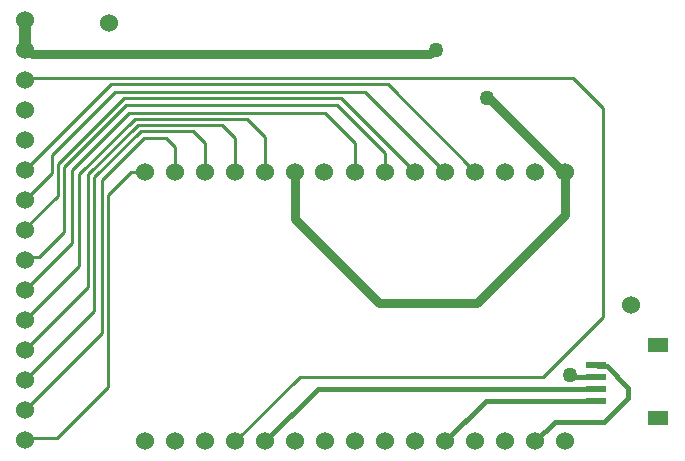
<source format=gtl>
G04*
G04 #@! TF.GenerationSoftware,Altium Limited,Altium Designer,20.0.14 (345)*
G04*
G04 Layer_Physical_Order=1*
G04 Layer_Color=255*
%FSLAX25Y25*%
%MOIN*%
G70*
G01*
G75*
%ADD10C,0.01000*%
%ADD11R,0.06693X0.02362*%
%ADD12R,0.07087X0.04724*%
%ADD17C,0.01500*%
%ADD18C,0.03000*%
%ADD19C,0.04000*%
%ADD20C,0.06000*%
%ADD21C,0.05000*%
D10*
X204500Y52000D02*
Y121500D01*
X103500Y32000D02*
X184500D01*
X204500Y52000D01*
X194500Y131500D02*
X204500Y121500D01*
X12500Y131500D02*
X194500D01*
X12000Y131000D02*
X12500Y131500D01*
X12000Y101000D02*
X40500Y129500D01*
X132764D01*
X162000Y100264D01*
X82000Y10500D02*
X103500Y32000D01*
X12000Y11000D02*
X12500Y11500D01*
X22500D01*
X39500Y28500D02*
Y92500D01*
X22500Y11500D02*
X39500Y28500D01*
Y92500D02*
X47264Y100264D01*
X52000D01*
X12000Y21000D02*
X37500Y46500D01*
Y97500D01*
X58914Y111586D02*
X62000Y108500D01*
X51586Y111586D02*
X58914D01*
X37500Y97500D02*
X51586Y111586D01*
X62000Y100264D02*
Y108500D01*
X12000Y31000D02*
X35000Y54000D01*
Y98500D01*
X50500Y114000D02*
X68000D01*
X35000Y98500D02*
X50500Y114000D01*
X72000Y100264D02*
Y110000D01*
X68000Y114000D02*
X72000Y110000D01*
X12000Y41000D02*
X32836Y61836D01*
Y99336D01*
X49500Y116000D01*
X77500D01*
X82000Y111500D01*
Y100264D02*
Y111500D01*
X12000Y51000D02*
X30000Y69000D01*
Y99500D01*
X48500Y118000D01*
X86000D01*
X92000Y112000D01*
Y100264D02*
Y112000D01*
X27500Y76500D02*
Y101000D01*
X12000Y61000D02*
X27500Y76500D01*
X24900Y80100D02*
Y101900D01*
X16500Y71700D02*
X24900Y80100D01*
X27500Y101000D02*
X46500Y120000D01*
X112000D01*
X122000Y110000D01*
Y100264D02*
Y110000D01*
X12000Y71000D02*
X12700Y71700D01*
X16500D01*
X24900Y101900D02*
X45500Y122500D01*
X116000D01*
X132000Y106500D01*
Y100264D02*
Y106500D01*
X12000Y81000D02*
Y81500D01*
X22728Y92228D02*
Y102728D01*
X12000Y81500D02*
X22728Y92228D01*
Y102728D02*
X45000Y125000D01*
X117264D01*
X20728Y99728D02*
Y105728D01*
X42000Y127000D01*
X125264D01*
X152000Y100264D01*
X12000Y91000D02*
X20728Y99728D01*
X117264Y125000D02*
X132665Y109599D01*
Y109599D02*
Y109599D01*
Y109599D02*
X142000Y100264D01*
D11*
X202331Y23996D02*
D03*
Y27933D02*
D03*
Y31870D02*
D03*
Y35807D02*
D03*
D12*
X223000Y18090D02*
D03*
Y42500D02*
D03*
D17*
X193500Y32500D02*
X194130Y31870D01*
X202331D01*
X182000Y10500D02*
X188500Y17000D01*
X205000D02*
X213000Y25000D01*
X188500Y17000D02*
X205000D01*
X202331Y35807D02*
X202762Y35376D01*
X205827D01*
X213000Y28203D01*
Y25000D02*
Y28203D01*
X165496Y23996D02*
X202331D01*
X152000Y10500D02*
X165496Y23996D01*
X92000Y10500D02*
X109433Y27933D01*
X202331D01*
X166000Y125000D02*
X166632D01*
X191368Y100264D02*
X192000D01*
D18*
X12000Y141000D02*
X12812D01*
X14312Y139500D01*
X146959D01*
X148076Y140617D01*
X148214D01*
X148756Y140076D01*
X166632Y125000D02*
X191368Y100264D01*
X130000Y56500D02*
X162500D01*
X102000Y84500D02*
Y100264D01*
Y84500D02*
X130000Y56500D01*
X192000Y86000D02*
Y100264D01*
X162500Y56500D02*
X192000Y86000D01*
D19*
X12000Y141000D02*
Y151000D01*
D20*
X214000Y56000D02*
D03*
X40000Y150000D02*
D03*
X12000Y151000D02*
D03*
Y141000D02*
D03*
Y131000D02*
D03*
Y11000D02*
D03*
Y21000D02*
D03*
Y31000D02*
D03*
Y41000D02*
D03*
Y51000D02*
D03*
Y61000D02*
D03*
Y71000D02*
D03*
Y81000D02*
D03*
Y91000D02*
D03*
Y101000D02*
D03*
Y111000D02*
D03*
Y121000D02*
D03*
X52000Y10500D02*
D03*
X62000D02*
D03*
X72000D02*
D03*
X82000D02*
D03*
X92000D02*
D03*
X102000D02*
D03*
X112000D02*
D03*
X122000D02*
D03*
X132000D02*
D03*
X142000D02*
D03*
X152000D02*
D03*
X162000D02*
D03*
X172000D02*
D03*
X182000D02*
D03*
X192000D02*
D03*
Y100264D02*
D03*
X182000D02*
D03*
X172000D02*
D03*
X162000D02*
D03*
X152000D02*
D03*
X142000D02*
D03*
X132000D02*
D03*
X122000D02*
D03*
X111500D02*
D03*
X102000D02*
D03*
X92000D02*
D03*
X82000D02*
D03*
X72000D02*
D03*
X62000D02*
D03*
X52000D02*
D03*
D21*
X193500Y32500D02*
D03*
X166000Y125000D02*
D03*
X149000Y141000D02*
D03*
M02*

</source>
